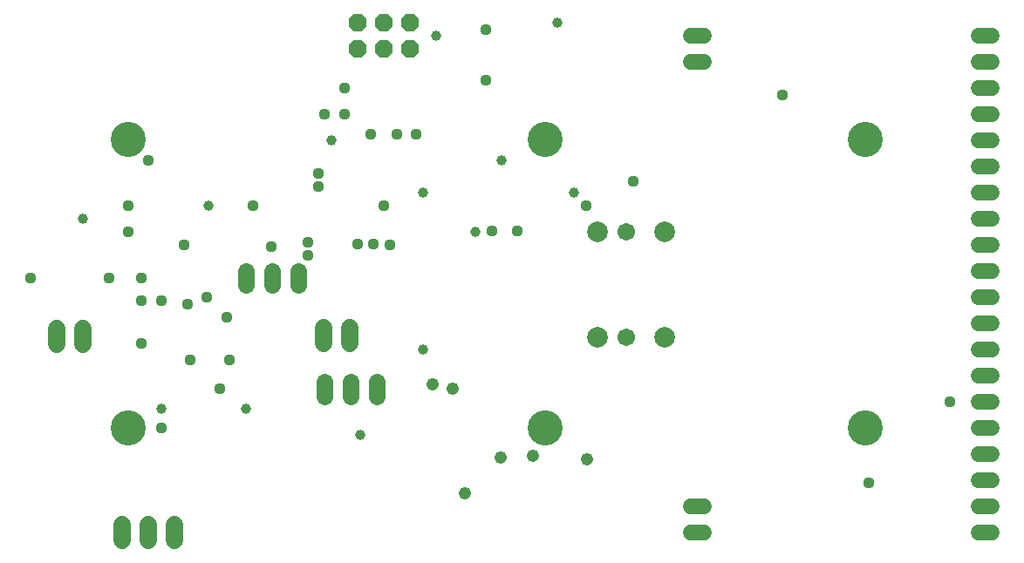
<source format=gbs>
G75*
%MOIN*%
%OFA0B0*%
%FSLAX24Y24*%
%IPPOS*%
%LPD*%
%AMOC8*
5,1,8,0,0,1.08239X$1,22.5*
%
%ADD10C,0.1340*%
%ADD11OC8,0.0680*%
%ADD12C,0.0595*%
%ADD13C,0.0674*%
%ADD14C,0.0789*%
%ADD15C,0.0680*%
%ADD16C,0.0640*%
%ADD17C,0.0390*%
%ADD18C,0.0476*%
%ADD19C,0.0440*%
D10*
X004355Y005950D03*
X020300Y005950D03*
X032505Y005950D03*
X032505Y016974D03*
X020300Y016974D03*
X004355Y016974D03*
D11*
X013105Y020435D03*
X014105Y020435D03*
X015105Y020435D03*
X015105Y021435D03*
X014105Y021435D03*
X013105Y021435D03*
D12*
X025848Y020936D02*
X026363Y020936D01*
X026363Y019936D02*
X025848Y019936D01*
X036848Y019936D02*
X037363Y019936D01*
X037363Y018936D02*
X036848Y018936D01*
X036848Y017936D02*
X037363Y017936D01*
X037363Y016936D02*
X036848Y016936D01*
X036848Y015936D02*
X037363Y015936D01*
X037363Y014936D02*
X036848Y014936D01*
X036848Y013936D02*
X037363Y013936D01*
X037363Y012936D02*
X036848Y012936D01*
X036848Y011936D02*
X037363Y011936D01*
X037363Y010936D02*
X036848Y010936D01*
X036848Y009936D02*
X037363Y009936D01*
X037363Y008936D02*
X036848Y008936D01*
X036848Y007936D02*
X037363Y007936D01*
X037363Y006936D02*
X036848Y006936D01*
X036848Y005936D02*
X037363Y005936D01*
X037363Y004936D02*
X036848Y004936D01*
X036848Y003936D02*
X037363Y003936D01*
X037363Y002936D02*
X036848Y002936D01*
X036848Y001936D02*
X037363Y001936D01*
X026363Y001936D02*
X025848Y001936D01*
X025848Y002936D02*
X026363Y002936D01*
X036848Y020936D02*
X037363Y020936D01*
D13*
X023380Y013463D03*
X023380Y009407D03*
D14*
X022278Y009407D03*
X024837Y009407D03*
X024837Y013463D03*
X022278Y013463D03*
D15*
X004105Y002235D02*
X004105Y001635D01*
X005105Y001635D02*
X005105Y002235D01*
X006105Y002235D02*
X006105Y001635D01*
X002605Y009135D02*
X002605Y009735D01*
X001605Y009735D02*
X001605Y009135D01*
X011831Y009182D02*
X011831Y009782D01*
X012831Y009782D02*
X012831Y009182D01*
D16*
X012855Y007715D02*
X012855Y007155D01*
X011855Y007155D02*
X011855Y007715D01*
X013855Y007715D02*
X013855Y007155D01*
X010855Y011405D02*
X010855Y011965D01*
X009855Y011965D02*
X009855Y011405D01*
X008855Y011405D02*
X008855Y011965D01*
D17*
X007418Y014435D03*
X012105Y016935D03*
X015605Y014935D03*
X017605Y013435D03*
X021380Y014935D03*
X018605Y016185D03*
X016105Y020935D03*
X020755Y021435D03*
X002605Y013935D03*
X005605Y006685D03*
X008855Y006685D03*
X013230Y005685D03*
X015605Y008935D03*
D18*
X015995Y007615D03*
X016745Y007465D03*
X018585Y004825D03*
X019825Y004875D03*
X021895Y004755D03*
X017235Y003435D03*
D19*
X008230Y008560D03*
X006730Y008560D03*
X007855Y007435D03*
X005605Y005935D03*
X004855Y009185D03*
X006605Y010685D03*
X007355Y010935D03*
X008105Y010185D03*
X005605Y010810D03*
X004855Y010810D03*
X004855Y011685D03*
X003605Y011685D03*
X004355Y013435D03*
X004355Y014435D03*
X006480Y012935D03*
X009105Y014435D03*
X011230Y013060D03*
X011230Y012560D03*
X009805Y012885D03*
X013105Y012998D03*
X013705Y012972D03*
X014355Y012935D03*
X014105Y014435D03*
X011605Y015185D03*
X011605Y015685D03*
X013605Y017185D03*
X014605Y017185D03*
X015355Y017185D03*
X012605Y017935D03*
X011855Y017935D03*
X012605Y018935D03*
X018005Y019235D03*
X018005Y021185D03*
X023655Y015385D03*
X021868Y014435D03*
X019205Y013485D03*
X018255Y013485D03*
X029355Y018685D03*
X035755Y006935D03*
X032655Y003835D03*
X005105Y016185D03*
X000605Y011685D03*
M02*

</source>
